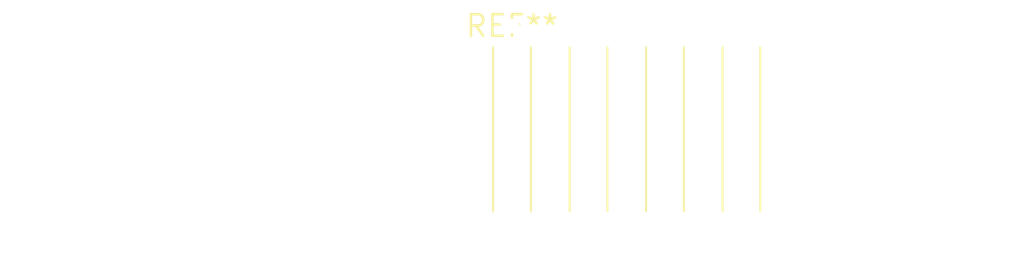
<source format=kicad_pcb>
(kicad_pcb (version 20240108) (generator pcbnew)
  (layers (0 "F.Cu" signal) (31 "B.Cu" signal) (34 "B.Paste" user) (35 "F.Paste" user) (36 "B.SilkS" user "B.Silkscreen") (37 "F.SilkS" user "F.Silkscreen") (38 "B.Mask" user) (39 "F.Mask" user) (44 "Edge.Cuts" user))
  (net 0 "")
  (footprint "SolderWire-0.25sqmm_1x04_P4.5mm_D0.65mm_OD2mm_Relief" (layer "F.Cu") (at 0 0)
    (property "Reference" "REF**")
    (property "Value" "SolderWire-0.25sqmm_1x04_P4.5mm_D0.65mm_OD2mm_Relief")
    (fp_line (start -1.11 1.26) (end -1.11 10.89) (layer "F.SilkS") (stroke (width 0.12)))
    (fp_line (start 1.11 1.26) (end 1.11 10.89) (layer "F.SilkS") (stroke (width 0.12)))
    (fp_line (start 3.39 1.26) (end 3.39 10.89) (layer "F.SilkS") (stroke (width 0.12)))
    (fp_line (start 5.61 1.26) (end 5.61 10.89) (layer "F.SilkS") (stroke (width 0.12)))
    (fp_line (start 7.89 1.26) (end 7.89 10.89) (layer "F.SilkS") (stroke (width 0.12)))
    (fp_line (start 10.11 1.26) (end 10.11 10.89) (layer "F.SilkS") (stroke (width 0.12)))
    (fp_line (start 12.39 1.26) (end 12.39 10.89) (layer "F.SilkS") (stroke (width 0.12)))
    (fp_line (start 14.61 1.26) (end 14.61 10.89) (layer "F.SilkS") (stroke (width 0.12)))
    (pad "" np_thru_hole circle (at 0 12) (size 2.5 2.5) (drill 2.5) (layers *.Cu *.Mask))
    (pad "" np_thru_hole circle (at 4.5 12) (size 2.5 2.5) (drill 2.5) (layers *.Cu *.Mask))
    (pad "" np_thru_hole circle (at 9 12) (size 2.5 2.5) (drill 2.5) (layers *.Cu *.Mask))
    (pad "" np_thru_hole circle (at 13.5 12) (size 2.5 2.5) (drill 2.5) (layers *.Cu *.Mask))
    (pad "1" thru_hole roundrect (at 0 0) (size 2 2) (drill 0.85) (layers *.Cu *.Mask) (remove_unused_layers) (roundrect_rratio 0.125))
    (pad "2" thru_hole circle (at 4.5 0) (size 2 2) (drill 0.85) (layers *.Cu *.Mask) (remove_unused_layers))
    (pad "3" thru_hole circle (at 9 0) (size 2 2) (drill 0.85) (layers *.Cu *.Mask) (remove_unused_layers))
    (pad "4" thru_hole circle (at 13.5 0) (size 2 2) (drill 0.85) (layers *.Cu *.Mask) (remove_unused_layers))
  )
)
</source>
